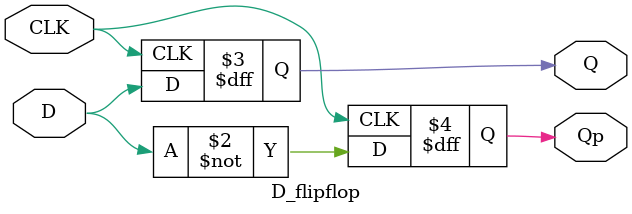
<source format=v>
`timescale 1ns / 1ps
module D_flipflop(D, CLK, Q, Qp);
	input D, CLK;
	output Q, Qp;
	reg Q, Qp;
	always @(negedge CLK)
		begin
			Q <= D;
			Qp <= ~D;
			
		end
endmodule
	
</source>
